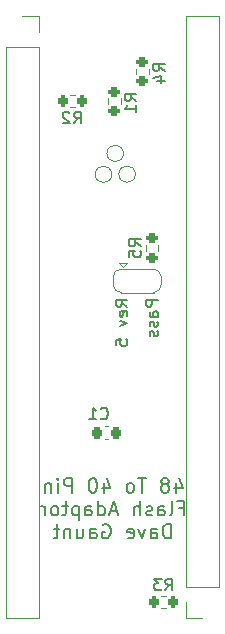
<source format=gbo>
G04 #@! TF.GenerationSoftware,KiCad,Pcbnew,9.0.7*
G04 #@! TF.CreationDate,2026-02-14T15:35:40+11:00*
G04 #@! TF.ProjectId,16BitFlashROM_Adaptor,31364269-7446-46c6-9173-68524f4d5f41,rev?*
G04 #@! TF.SameCoordinates,Original*
G04 #@! TF.FileFunction,Legend,Bot*
G04 #@! TF.FilePolarity,Positive*
%FSLAX46Y46*%
G04 Gerber Fmt 4.6, Leading zero omitted, Abs format (unit mm)*
G04 Created by KiCad (PCBNEW 9.0.7) date 2026-02-14 15:35:40*
%MOMM*%
%LPD*%
G01*
G04 APERTURE LIST*
G04 Aperture macros list*
%AMRoundRect*
0 Rectangle with rounded corners*
0 $1 Rounding radius*
0 $2 $3 $4 $5 $6 $7 $8 $9 X,Y pos of 4 corners*
0 Add a 4 corners polygon primitive as box body*
4,1,4,$2,$3,$4,$5,$6,$7,$8,$9,$2,$3,0*
0 Add four circle primitives for the rounded corners*
1,1,$1+$1,$2,$3*
1,1,$1+$1,$4,$5*
1,1,$1+$1,$6,$7*
1,1,$1+$1,$8,$9*
0 Add four rect primitives between the rounded corners*
20,1,$1+$1,$2,$3,$4,$5,0*
20,1,$1+$1,$4,$5,$6,$7,0*
20,1,$1+$1,$6,$7,$8,$9,0*
20,1,$1+$1,$8,$9,$2,$3,0*%
%AMFreePoly0*
4,1,23,0.550000,-0.750000,0.000000,-0.750000,0.000000,-0.745722,-0.065263,-0.745722,-0.191342,-0.711940,-0.304381,-0.646677,-0.396677,-0.554381,-0.461940,-0.441342,-0.495722,-0.315263,-0.495722,-0.250000,-0.500000,-0.250000,-0.500000,0.250000,-0.495722,0.250000,-0.495722,0.315263,-0.461940,0.441342,-0.396677,0.554381,-0.304381,0.646677,-0.191342,0.711940,-0.065263,0.745722,0.000000,0.745722,
0.000000,0.750000,0.550000,0.750000,0.550000,-0.750000,0.550000,-0.750000,$1*%
%AMFreePoly1*
4,1,23,0.000000,0.745722,0.065263,0.745722,0.191342,0.711940,0.304381,0.646677,0.396677,0.554381,0.461940,0.441342,0.495722,0.315263,0.495722,0.250000,0.500000,0.250000,0.500000,-0.250000,0.495722,-0.250000,0.495722,-0.315263,0.461940,-0.441342,0.396677,-0.554381,0.304381,-0.646677,0.191342,-0.711940,0.065263,-0.745722,0.000000,-0.745722,0.000000,-0.750000,-0.550000,-0.750000,
-0.550000,0.750000,0.000000,0.750000,0.000000,0.745722,0.000000,0.745722,$1*%
G04 Aperture macros list end*
%ADD10C,0.150000*%
%ADD11C,0.120000*%
%ADD12R,1.700000X1.700000*%
%ADD13C,1.700000*%
%ADD14C,1.000000*%
%ADD15RoundRect,0.200000X-0.275000X0.200000X-0.275000X-0.200000X0.275000X-0.200000X0.275000X0.200000X0*%
%ADD16FreePoly0,0.000000*%
%ADD17R,1.000000X1.500000*%
%ADD18FreePoly1,0.000000*%
%ADD19RoundRect,0.200000X0.200000X0.275000X-0.200000X0.275000X-0.200000X-0.275000X0.200000X-0.275000X0*%
%ADD20RoundRect,0.225000X-0.225000X-0.250000X0.225000X-0.250000X0.225000X0.250000X-0.225000X0.250000X0*%
%ADD21RoundRect,0.200000X-0.200000X-0.275000X0.200000X-0.275000X0.200000X0.275000X-0.200000X0.275000X0*%
%ADD22RoundRect,0.200000X0.275000X-0.200000X0.275000X0.200000X-0.275000X0.200000X-0.275000X-0.200000X0*%
G04 APERTURE END LIST*
D10*
X151149819Y-111586779D02*
X150149819Y-111586779D01*
X150149819Y-111586779D02*
X150149819Y-111967731D01*
X150149819Y-111967731D02*
X150197438Y-112062969D01*
X150197438Y-112062969D02*
X150245057Y-112110588D01*
X150245057Y-112110588D02*
X150340295Y-112158207D01*
X150340295Y-112158207D02*
X150483152Y-112158207D01*
X150483152Y-112158207D02*
X150578390Y-112110588D01*
X150578390Y-112110588D02*
X150626009Y-112062969D01*
X150626009Y-112062969D02*
X150673628Y-111967731D01*
X150673628Y-111967731D02*
X150673628Y-111586779D01*
X151149819Y-113015350D02*
X150626009Y-113015350D01*
X150626009Y-113015350D02*
X150530771Y-112967731D01*
X150530771Y-112967731D02*
X150483152Y-112872493D01*
X150483152Y-112872493D02*
X150483152Y-112682017D01*
X150483152Y-112682017D02*
X150530771Y-112586779D01*
X151102200Y-113015350D02*
X151149819Y-112920112D01*
X151149819Y-112920112D02*
X151149819Y-112682017D01*
X151149819Y-112682017D02*
X151102200Y-112586779D01*
X151102200Y-112586779D02*
X151006961Y-112539160D01*
X151006961Y-112539160D02*
X150911723Y-112539160D01*
X150911723Y-112539160D02*
X150816485Y-112586779D01*
X150816485Y-112586779D02*
X150768866Y-112682017D01*
X150768866Y-112682017D02*
X150768866Y-112920112D01*
X150768866Y-112920112D02*
X150721247Y-113015350D01*
X151102200Y-113443922D02*
X151149819Y-113539160D01*
X151149819Y-113539160D02*
X151149819Y-113729636D01*
X151149819Y-113729636D02*
X151102200Y-113824874D01*
X151102200Y-113824874D02*
X151006961Y-113872493D01*
X151006961Y-113872493D02*
X150959342Y-113872493D01*
X150959342Y-113872493D02*
X150864104Y-113824874D01*
X150864104Y-113824874D02*
X150816485Y-113729636D01*
X150816485Y-113729636D02*
X150816485Y-113586779D01*
X150816485Y-113586779D02*
X150768866Y-113491541D01*
X150768866Y-113491541D02*
X150673628Y-113443922D01*
X150673628Y-113443922D02*
X150626009Y-113443922D01*
X150626009Y-113443922D02*
X150530771Y-113491541D01*
X150530771Y-113491541D02*
X150483152Y-113586779D01*
X150483152Y-113586779D02*
X150483152Y-113729636D01*
X150483152Y-113729636D02*
X150530771Y-113824874D01*
X151102200Y-114253446D02*
X151149819Y-114348684D01*
X151149819Y-114348684D02*
X151149819Y-114539160D01*
X151149819Y-114539160D02*
X151102200Y-114634398D01*
X151102200Y-114634398D02*
X151006961Y-114682017D01*
X151006961Y-114682017D02*
X150959342Y-114682017D01*
X150959342Y-114682017D02*
X150864104Y-114634398D01*
X150864104Y-114634398D02*
X150816485Y-114539160D01*
X150816485Y-114539160D02*
X150816485Y-114396303D01*
X150816485Y-114396303D02*
X150768866Y-114301065D01*
X150768866Y-114301065D02*
X150673628Y-114253446D01*
X150673628Y-114253446D02*
X150626009Y-114253446D01*
X150626009Y-114253446D02*
X150530771Y-114301065D01*
X150530771Y-114301065D02*
X150483152Y-114396303D01*
X150483152Y-114396303D02*
X150483152Y-114539160D01*
X150483152Y-114539160D02*
X150530771Y-114634398D01*
X148599819Y-112158207D02*
X148123628Y-111824874D01*
X148599819Y-111586779D02*
X147599819Y-111586779D01*
X147599819Y-111586779D02*
X147599819Y-111967731D01*
X147599819Y-111967731D02*
X147647438Y-112062969D01*
X147647438Y-112062969D02*
X147695057Y-112110588D01*
X147695057Y-112110588D02*
X147790295Y-112158207D01*
X147790295Y-112158207D02*
X147933152Y-112158207D01*
X147933152Y-112158207D02*
X148028390Y-112110588D01*
X148028390Y-112110588D02*
X148076009Y-112062969D01*
X148076009Y-112062969D02*
X148123628Y-111967731D01*
X148123628Y-111967731D02*
X148123628Y-111586779D01*
X148552200Y-112967731D02*
X148599819Y-112872493D01*
X148599819Y-112872493D02*
X148599819Y-112682017D01*
X148599819Y-112682017D02*
X148552200Y-112586779D01*
X148552200Y-112586779D02*
X148456961Y-112539160D01*
X148456961Y-112539160D02*
X148076009Y-112539160D01*
X148076009Y-112539160D02*
X147980771Y-112586779D01*
X147980771Y-112586779D02*
X147933152Y-112682017D01*
X147933152Y-112682017D02*
X147933152Y-112872493D01*
X147933152Y-112872493D02*
X147980771Y-112967731D01*
X147980771Y-112967731D02*
X148076009Y-113015350D01*
X148076009Y-113015350D02*
X148171247Y-113015350D01*
X148171247Y-113015350D02*
X148266485Y-112539160D01*
X147933152Y-113348684D02*
X148599819Y-113586779D01*
X148599819Y-113586779D02*
X147933152Y-113824874D01*
X147599819Y-115443922D02*
X147599819Y-114967732D01*
X147599819Y-114967732D02*
X148076009Y-114920113D01*
X148076009Y-114920113D02*
X148028390Y-114967732D01*
X148028390Y-114967732D02*
X147980771Y-115062970D01*
X147980771Y-115062970D02*
X147980771Y-115301065D01*
X147980771Y-115301065D02*
X148028390Y-115396303D01*
X148028390Y-115396303D02*
X148076009Y-115443922D01*
X148076009Y-115443922D02*
X148171247Y-115491541D01*
X148171247Y-115491541D02*
X148409342Y-115491541D01*
X148409342Y-115491541D02*
X148504580Y-115443922D01*
X148504580Y-115443922D02*
X148552200Y-115396303D01*
X148552200Y-115396303D02*
X148599819Y-115301065D01*
X148599819Y-115301065D02*
X148599819Y-115062970D01*
X148599819Y-115062970D02*
X148552200Y-114967732D01*
X148552200Y-114967732D02*
X148504580Y-114920113D01*
X152695714Y-127105409D02*
X152695714Y-127905409D01*
X152981428Y-126648267D02*
X153267142Y-127505409D01*
X153267142Y-127505409D02*
X152524285Y-127505409D01*
X151895714Y-127219695D02*
X152009999Y-127162552D01*
X152009999Y-127162552D02*
X152067142Y-127105409D01*
X152067142Y-127105409D02*
X152124285Y-126991124D01*
X152124285Y-126991124D02*
X152124285Y-126933981D01*
X152124285Y-126933981D02*
X152067142Y-126819695D01*
X152067142Y-126819695D02*
X152009999Y-126762552D01*
X152009999Y-126762552D02*
X151895714Y-126705409D01*
X151895714Y-126705409D02*
X151667142Y-126705409D01*
X151667142Y-126705409D02*
X151552857Y-126762552D01*
X151552857Y-126762552D02*
X151495714Y-126819695D01*
X151495714Y-126819695D02*
X151438571Y-126933981D01*
X151438571Y-126933981D02*
X151438571Y-126991124D01*
X151438571Y-126991124D02*
X151495714Y-127105409D01*
X151495714Y-127105409D02*
X151552857Y-127162552D01*
X151552857Y-127162552D02*
X151667142Y-127219695D01*
X151667142Y-127219695D02*
X151895714Y-127219695D01*
X151895714Y-127219695D02*
X152009999Y-127276838D01*
X152009999Y-127276838D02*
X152067142Y-127333981D01*
X152067142Y-127333981D02*
X152124285Y-127448267D01*
X152124285Y-127448267D02*
X152124285Y-127676838D01*
X152124285Y-127676838D02*
X152067142Y-127791124D01*
X152067142Y-127791124D02*
X152009999Y-127848267D01*
X152009999Y-127848267D02*
X151895714Y-127905409D01*
X151895714Y-127905409D02*
X151667142Y-127905409D01*
X151667142Y-127905409D02*
X151552857Y-127848267D01*
X151552857Y-127848267D02*
X151495714Y-127791124D01*
X151495714Y-127791124D02*
X151438571Y-127676838D01*
X151438571Y-127676838D02*
X151438571Y-127448267D01*
X151438571Y-127448267D02*
X151495714Y-127333981D01*
X151495714Y-127333981D02*
X151552857Y-127276838D01*
X151552857Y-127276838D02*
X151667142Y-127219695D01*
X150181428Y-126705409D02*
X149495714Y-126705409D01*
X149838571Y-127905409D02*
X149838571Y-126705409D01*
X148924285Y-127905409D02*
X149038570Y-127848267D01*
X149038570Y-127848267D02*
X149095713Y-127791124D01*
X149095713Y-127791124D02*
X149152856Y-127676838D01*
X149152856Y-127676838D02*
X149152856Y-127333981D01*
X149152856Y-127333981D02*
X149095713Y-127219695D01*
X149095713Y-127219695D02*
X149038570Y-127162552D01*
X149038570Y-127162552D02*
X148924285Y-127105409D01*
X148924285Y-127105409D02*
X148752856Y-127105409D01*
X148752856Y-127105409D02*
X148638570Y-127162552D01*
X148638570Y-127162552D02*
X148581428Y-127219695D01*
X148581428Y-127219695D02*
X148524285Y-127333981D01*
X148524285Y-127333981D02*
X148524285Y-127676838D01*
X148524285Y-127676838D02*
X148581428Y-127791124D01*
X148581428Y-127791124D02*
X148638570Y-127848267D01*
X148638570Y-127848267D02*
X148752856Y-127905409D01*
X148752856Y-127905409D02*
X148924285Y-127905409D01*
X146581428Y-127105409D02*
X146581428Y-127905409D01*
X146867142Y-126648267D02*
X147152856Y-127505409D01*
X147152856Y-127505409D02*
X146409999Y-127505409D01*
X145724285Y-126705409D02*
X145609999Y-126705409D01*
X145609999Y-126705409D02*
X145495713Y-126762552D01*
X145495713Y-126762552D02*
X145438571Y-126819695D01*
X145438571Y-126819695D02*
X145381428Y-126933981D01*
X145381428Y-126933981D02*
X145324285Y-127162552D01*
X145324285Y-127162552D02*
X145324285Y-127448267D01*
X145324285Y-127448267D02*
X145381428Y-127676838D01*
X145381428Y-127676838D02*
X145438571Y-127791124D01*
X145438571Y-127791124D02*
X145495713Y-127848267D01*
X145495713Y-127848267D02*
X145609999Y-127905409D01*
X145609999Y-127905409D02*
X145724285Y-127905409D01*
X145724285Y-127905409D02*
X145838571Y-127848267D01*
X145838571Y-127848267D02*
X145895713Y-127791124D01*
X145895713Y-127791124D02*
X145952856Y-127676838D01*
X145952856Y-127676838D02*
X146009999Y-127448267D01*
X146009999Y-127448267D02*
X146009999Y-127162552D01*
X146009999Y-127162552D02*
X145952856Y-126933981D01*
X145952856Y-126933981D02*
X145895713Y-126819695D01*
X145895713Y-126819695D02*
X145838571Y-126762552D01*
X145838571Y-126762552D02*
X145724285Y-126705409D01*
X143895713Y-127905409D02*
X143895713Y-126705409D01*
X143895713Y-126705409D02*
X143438570Y-126705409D01*
X143438570Y-126705409D02*
X143324285Y-126762552D01*
X143324285Y-126762552D02*
X143267142Y-126819695D01*
X143267142Y-126819695D02*
X143209999Y-126933981D01*
X143209999Y-126933981D02*
X143209999Y-127105409D01*
X143209999Y-127105409D02*
X143267142Y-127219695D01*
X143267142Y-127219695D02*
X143324285Y-127276838D01*
X143324285Y-127276838D02*
X143438570Y-127333981D01*
X143438570Y-127333981D02*
X143895713Y-127333981D01*
X142695713Y-127905409D02*
X142695713Y-127105409D01*
X142695713Y-126705409D02*
X142752856Y-126762552D01*
X142752856Y-126762552D02*
X142695713Y-126819695D01*
X142695713Y-126819695D02*
X142638570Y-126762552D01*
X142638570Y-126762552D02*
X142695713Y-126705409D01*
X142695713Y-126705409D02*
X142695713Y-126819695D01*
X142124284Y-127105409D02*
X142124284Y-127905409D01*
X142124284Y-127219695D02*
X142067141Y-127162552D01*
X142067141Y-127162552D02*
X141952856Y-127105409D01*
X141952856Y-127105409D02*
X141781427Y-127105409D01*
X141781427Y-127105409D02*
X141667141Y-127162552D01*
X141667141Y-127162552D02*
X141609999Y-127276838D01*
X141609999Y-127276838D02*
X141609999Y-127905409D01*
X152981426Y-129208771D02*
X153381426Y-129208771D01*
X153381426Y-129837342D02*
X153381426Y-128637342D01*
X153381426Y-128637342D02*
X152809998Y-128637342D01*
X152181427Y-129837342D02*
X152295712Y-129780200D01*
X152295712Y-129780200D02*
X152352855Y-129665914D01*
X152352855Y-129665914D02*
X152352855Y-128637342D01*
X151209999Y-129837342D02*
X151209999Y-129208771D01*
X151209999Y-129208771D02*
X151267141Y-129094485D01*
X151267141Y-129094485D02*
X151381427Y-129037342D01*
X151381427Y-129037342D02*
X151609999Y-129037342D01*
X151609999Y-129037342D02*
X151724284Y-129094485D01*
X151209999Y-129780200D02*
X151324284Y-129837342D01*
X151324284Y-129837342D02*
X151609999Y-129837342D01*
X151609999Y-129837342D02*
X151724284Y-129780200D01*
X151724284Y-129780200D02*
X151781427Y-129665914D01*
X151781427Y-129665914D02*
X151781427Y-129551628D01*
X151781427Y-129551628D02*
X151724284Y-129437342D01*
X151724284Y-129437342D02*
X151609999Y-129380200D01*
X151609999Y-129380200D02*
X151324284Y-129380200D01*
X151324284Y-129380200D02*
X151209999Y-129323057D01*
X150695713Y-129780200D02*
X150581427Y-129837342D01*
X150581427Y-129837342D02*
X150352856Y-129837342D01*
X150352856Y-129837342D02*
X150238570Y-129780200D01*
X150238570Y-129780200D02*
X150181427Y-129665914D01*
X150181427Y-129665914D02*
X150181427Y-129608771D01*
X150181427Y-129608771D02*
X150238570Y-129494485D01*
X150238570Y-129494485D02*
X150352856Y-129437342D01*
X150352856Y-129437342D02*
X150524285Y-129437342D01*
X150524285Y-129437342D02*
X150638570Y-129380200D01*
X150638570Y-129380200D02*
X150695713Y-129265914D01*
X150695713Y-129265914D02*
X150695713Y-129208771D01*
X150695713Y-129208771D02*
X150638570Y-129094485D01*
X150638570Y-129094485D02*
X150524285Y-129037342D01*
X150524285Y-129037342D02*
X150352856Y-129037342D01*
X150352856Y-129037342D02*
X150238570Y-129094485D01*
X149667141Y-129837342D02*
X149667141Y-128637342D01*
X149152856Y-129837342D02*
X149152856Y-129208771D01*
X149152856Y-129208771D02*
X149209998Y-129094485D01*
X149209998Y-129094485D02*
X149324284Y-129037342D01*
X149324284Y-129037342D02*
X149495713Y-129037342D01*
X149495713Y-129037342D02*
X149609998Y-129094485D01*
X149609998Y-129094485D02*
X149667141Y-129151628D01*
X147724284Y-129494485D02*
X147152856Y-129494485D01*
X147838570Y-129837342D02*
X147438570Y-128637342D01*
X147438570Y-128637342D02*
X147038570Y-129837342D01*
X146124285Y-129837342D02*
X146124285Y-128637342D01*
X146124285Y-129780200D02*
X146238570Y-129837342D01*
X146238570Y-129837342D02*
X146467142Y-129837342D01*
X146467142Y-129837342D02*
X146581427Y-129780200D01*
X146581427Y-129780200D02*
X146638570Y-129723057D01*
X146638570Y-129723057D02*
X146695713Y-129608771D01*
X146695713Y-129608771D02*
X146695713Y-129265914D01*
X146695713Y-129265914D02*
X146638570Y-129151628D01*
X146638570Y-129151628D02*
X146581427Y-129094485D01*
X146581427Y-129094485D02*
X146467142Y-129037342D01*
X146467142Y-129037342D02*
X146238570Y-129037342D01*
X146238570Y-129037342D02*
X146124285Y-129094485D01*
X145038571Y-129837342D02*
X145038571Y-129208771D01*
X145038571Y-129208771D02*
X145095713Y-129094485D01*
X145095713Y-129094485D02*
X145209999Y-129037342D01*
X145209999Y-129037342D02*
X145438571Y-129037342D01*
X145438571Y-129037342D02*
X145552856Y-129094485D01*
X145038571Y-129780200D02*
X145152856Y-129837342D01*
X145152856Y-129837342D02*
X145438571Y-129837342D01*
X145438571Y-129837342D02*
X145552856Y-129780200D01*
X145552856Y-129780200D02*
X145609999Y-129665914D01*
X145609999Y-129665914D02*
X145609999Y-129551628D01*
X145609999Y-129551628D02*
X145552856Y-129437342D01*
X145552856Y-129437342D02*
X145438571Y-129380200D01*
X145438571Y-129380200D02*
X145152856Y-129380200D01*
X145152856Y-129380200D02*
X145038571Y-129323057D01*
X144467142Y-129037342D02*
X144467142Y-130237342D01*
X144467142Y-129094485D02*
X144352857Y-129037342D01*
X144352857Y-129037342D02*
X144124285Y-129037342D01*
X144124285Y-129037342D02*
X144009999Y-129094485D01*
X144009999Y-129094485D02*
X143952857Y-129151628D01*
X143952857Y-129151628D02*
X143895714Y-129265914D01*
X143895714Y-129265914D02*
X143895714Y-129608771D01*
X143895714Y-129608771D02*
X143952857Y-129723057D01*
X143952857Y-129723057D02*
X144009999Y-129780200D01*
X144009999Y-129780200D02*
X144124285Y-129837342D01*
X144124285Y-129837342D02*
X144352857Y-129837342D01*
X144352857Y-129837342D02*
X144467142Y-129780200D01*
X143552857Y-129037342D02*
X143095714Y-129037342D01*
X143381428Y-128637342D02*
X143381428Y-129665914D01*
X143381428Y-129665914D02*
X143324285Y-129780200D01*
X143324285Y-129780200D02*
X143210000Y-129837342D01*
X143210000Y-129837342D02*
X143095714Y-129837342D01*
X142524286Y-129837342D02*
X142638571Y-129780200D01*
X142638571Y-129780200D02*
X142695714Y-129723057D01*
X142695714Y-129723057D02*
X142752857Y-129608771D01*
X142752857Y-129608771D02*
X142752857Y-129265914D01*
X142752857Y-129265914D02*
X142695714Y-129151628D01*
X142695714Y-129151628D02*
X142638571Y-129094485D01*
X142638571Y-129094485D02*
X142524286Y-129037342D01*
X142524286Y-129037342D02*
X142352857Y-129037342D01*
X142352857Y-129037342D02*
X142238571Y-129094485D01*
X142238571Y-129094485D02*
X142181429Y-129151628D01*
X142181429Y-129151628D02*
X142124286Y-129265914D01*
X142124286Y-129265914D02*
X142124286Y-129608771D01*
X142124286Y-129608771D02*
X142181429Y-129723057D01*
X142181429Y-129723057D02*
X142238571Y-129780200D01*
X142238571Y-129780200D02*
X142352857Y-129837342D01*
X142352857Y-129837342D02*
X142524286Y-129837342D01*
X141610000Y-129837342D02*
X141610000Y-129037342D01*
X141610000Y-129265914D02*
X141552857Y-129151628D01*
X141552857Y-129151628D02*
X141495715Y-129094485D01*
X141495715Y-129094485D02*
X141381429Y-129037342D01*
X141381429Y-129037342D02*
X141267143Y-129037342D01*
X152267141Y-131769275D02*
X152267141Y-130569275D01*
X152267141Y-130569275D02*
X151981427Y-130569275D01*
X151981427Y-130569275D02*
X151809998Y-130626418D01*
X151809998Y-130626418D02*
X151695713Y-130740704D01*
X151695713Y-130740704D02*
X151638570Y-130854990D01*
X151638570Y-130854990D02*
X151581427Y-131083561D01*
X151581427Y-131083561D02*
X151581427Y-131254990D01*
X151581427Y-131254990D02*
X151638570Y-131483561D01*
X151638570Y-131483561D02*
X151695713Y-131597847D01*
X151695713Y-131597847D02*
X151809998Y-131712133D01*
X151809998Y-131712133D02*
X151981427Y-131769275D01*
X151981427Y-131769275D02*
X152267141Y-131769275D01*
X150552856Y-131769275D02*
X150552856Y-131140704D01*
X150552856Y-131140704D02*
X150609998Y-131026418D01*
X150609998Y-131026418D02*
X150724284Y-130969275D01*
X150724284Y-130969275D02*
X150952856Y-130969275D01*
X150952856Y-130969275D02*
X151067141Y-131026418D01*
X150552856Y-131712133D02*
X150667141Y-131769275D01*
X150667141Y-131769275D02*
X150952856Y-131769275D01*
X150952856Y-131769275D02*
X151067141Y-131712133D01*
X151067141Y-131712133D02*
X151124284Y-131597847D01*
X151124284Y-131597847D02*
X151124284Y-131483561D01*
X151124284Y-131483561D02*
X151067141Y-131369275D01*
X151067141Y-131369275D02*
X150952856Y-131312133D01*
X150952856Y-131312133D02*
X150667141Y-131312133D01*
X150667141Y-131312133D02*
X150552856Y-131254990D01*
X150095713Y-130969275D02*
X149809999Y-131769275D01*
X149809999Y-131769275D02*
X149524284Y-130969275D01*
X148609998Y-131712133D02*
X148724284Y-131769275D01*
X148724284Y-131769275D02*
X148952856Y-131769275D01*
X148952856Y-131769275D02*
X149067141Y-131712133D01*
X149067141Y-131712133D02*
X149124284Y-131597847D01*
X149124284Y-131597847D02*
X149124284Y-131140704D01*
X149124284Y-131140704D02*
X149067141Y-131026418D01*
X149067141Y-131026418D02*
X148952856Y-130969275D01*
X148952856Y-130969275D02*
X148724284Y-130969275D01*
X148724284Y-130969275D02*
X148609998Y-131026418D01*
X148609998Y-131026418D02*
X148552856Y-131140704D01*
X148552856Y-131140704D02*
X148552856Y-131254990D01*
X148552856Y-131254990D02*
X149124284Y-131369275D01*
X146495713Y-130626418D02*
X146609999Y-130569275D01*
X146609999Y-130569275D02*
X146781427Y-130569275D01*
X146781427Y-130569275D02*
X146952856Y-130626418D01*
X146952856Y-130626418D02*
X147067141Y-130740704D01*
X147067141Y-130740704D02*
X147124284Y-130854990D01*
X147124284Y-130854990D02*
X147181427Y-131083561D01*
X147181427Y-131083561D02*
X147181427Y-131254990D01*
X147181427Y-131254990D02*
X147124284Y-131483561D01*
X147124284Y-131483561D02*
X147067141Y-131597847D01*
X147067141Y-131597847D02*
X146952856Y-131712133D01*
X146952856Y-131712133D02*
X146781427Y-131769275D01*
X146781427Y-131769275D02*
X146667141Y-131769275D01*
X146667141Y-131769275D02*
X146495713Y-131712133D01*
X146495713Y-131712133D02*
X146438570Y-131654990D01*
X146438570Y-131654990D02*
X146438570Y-131254990D01*
X146438570Y-131254990D02*
X146667141Y-131254990D01*
X145409999Y-131769275D02*
X145409999Y-131140704D01*
X145409999Y-131140704D02*
X145467141Y-131026418D01*
X145467141Y-131026418D02*
X145581427Y-130969275D01*
X145581427Y-130969275D02*
X145809999Y-130969275D01*
X145809999Y-130969275D02*
X145924284Y-131026418D01*
X145409999Y-131712133D02*
X145524284Y-131769275D01*
X145524284Y-131769275D02*
X145809999Y-131769275D01*
X145809999Y-131769275D02*
X145924284Y-131712133D01*
X145924284Y-131712133D02*
X145981427Y-131597847D01*
X145981427Y-131597847D02*
X145981427Y-131483561D01*
X145981427Y-131483561D02*
X145924284Y-131369275D01*
X145924284Y-131369275D02*
X145809999Y-131312133D01*
X145809999Y-131312133D02*
X145524284Y-131312133D01*
X145524284Y-131312133D02*
X145409999Y-131254990D01*
X144324285Y-130969275D02*
X144324285Y-131769275D01*
X144838570Y-130969275D02*
X144838570Y-131597847D01*
X144838570Y-131597847D02*
X144781427Y-131712133D01*
X144781427Y-131712133D02*
X144667142Y-131769275D01*
X144667142Y-131769275D02*
X144495713Y-131769275D01*
X144495713Y-131769275D02*
X144381427Y-131712133D01*
X144381427Y-131712133D02*
X144324285Y-131654990D01*
X143752856Y-130969275D02*
X143752856Y-131769275D01*
X143752856Y-131083561D02*
X143695713Y-131026418D01*
X143695713Y-131026418D02*
X143581428Y-130969275D01*
X143581428Y-130969275D02*
X143409999Y-130969275D01*
X143409999Y-130969275D02*
X143295713Y-131026418D01*
X143295713Y-131026418D02*
X143238571Y-131140704D01*
X143238571Y-131140704D02*
X143238571Y-131769275D01*
X142838571Y-130969275D02*
X142381428Y-130969275D01*
X142667142Y-130569275D02*
X142667142Y-131597847D01*
X142667142Y-131597847D02*
X142609999Y-131712133D01*
X142609999Y-131712133D02*
X142495714Y-131769275D01*
X142495714Y-131769275D02*
X142381428Y-131769275D01*
X149719819Y-107040833D02*
X149243628Y-106707500D01*
X149719819Y-106469405D02*
X148719819Y-106469405D01*
X148719819Y-106469405D02*
X148719819Y-106850357D01*
X148719819Y-106850357D02*
X148767438Y-106945595D01*
X148767438Y-106945595D02*
X148815057Y-106993214D01*
X148815057Y-106993214D02*
X148910295Y-107040833D01*
X148910295Y-107040833D02*
X149053152Y-107040833D01*
X149053152Y-107040833D02*
X149148390Y-106993214D01*
X149148390Y-106993214D02*
X149196009Y-106945595D01*
X149196009Y-106945595D02*
X149243628Y-106850357D01*
X149243628Y-106850357D02*
X149243628Y-106469405D01*
X148719819Y-107945595D02*
X148719819Y-107469405D01*
X148719819Y-107469405D02*
X149196009Y-107421786D01*
X149196009Y-107421786D02*
X149148390Y-107469405D01*
X149148390Y-107469405D02*
X149100771Y-107564643D01*
X149100771Y-107564643D02*
X149100771Y-107802738D01*
X149100771Y-107802738D02*
X149148390Y-107897976D01*
X149148390Y-107897976D02*
X149196009Y-107945595D01*
X149196009Y-107945595D02*
X149291247Y-107993214D01*
X149291247Y-107993214D02*
X149529342Y-107993214D01*
X149529342Y-107993214D02*
X149624580Y-107945595D01*
X149624580Y-107945595D02*
X149672200Y-107897976D01*
X149672200Y-107897976D02*
X149719819Y-107802738D01*
X149719819Y-107802738D02*
X149719819Y-107564643D01*
X149719819Y-107564643D02*
X149672200Y-107469405D01*
X149672200Y-107469405D02*
X149624580Y-107421786D01*
X151774819Y-92213333D02*
X151298628Y-91880000D01*
X151774819Y-91641905D02*
X150774819Y-91641905D01*
X150774819Y-91641905D02*
X150774819Y-92022857D01*
X150774819Y-92022857D02*
X150822438Y-92118095D01*
X150822438Y-92118095D02*
X150870057Y-92165714D01*
X150870057Y-92165714D02*
X150965295Y-92213333D01*
X150965295Y-92213333D02*
X151108152Y-92213333D01*
X151108152Y-92213333D02*
X151203390Y-92165714D01*
X151203390Y-92165714D02*
X151251009Y-92118095D01*
X151251009Y-92118095D02*
X151298628Y-92022857D01*
X151298628Y-92022857D02*
X151298628Y-91641905D01*
X151108152Y-93070476D02*
X151774819Y-93070476D01*
X150727200Y-92832381D02*
X151441485Y-92594286D01*
X151441485Y-92594286D02*
X151441485Y-93213333D01*
X151816666Y-136184819D02*
X152149999Y-135708628D01*
X152388094Y-136184819D02*
X152388094Y-135184819D01*
X152388094Y-135184819D02*
X152007142Y-135184819D01*
X152007142Y-135184819D02*
X151911904Y-135232438D01*
X151911904Y-135232438D02*
X151864285Y-135280057D01*
X151864285Y-135280057D02*
X151816666Y-135375295D01*
X151816666Y-135375295D02*
X151816666Y-135518152D01*
X151816666Y-135518152D02*
X151864285Y-135613390D01*
X151864285Y-135613390D02*
X151911904Y-135661009D01*
X151911904Y-135661009D02*
X152007142Y-135708628D01*
X152007142Y-135708628D02*
X152388094Y-135708628D01*
X151483332Y-135184819D02*
X150864285Y-135184819D01*
X150864285Y-135184819D02*
X151197618Y-135565771D01*
X151197618Y-135565771D02*
X151054761Y-135565771D01*
X151054761Y-135565771D02*
X150959523Y-135613390D01*
X150959523Y-135613390D02*
X150911904Y-135661009D01*
X150911904Y-135661009D02*
X150864285Y-135756247D01*
X150864285Y-135756247D02*
X150864285Y-135994342D01*
X150864285Y-135994342D02*
X150911904Y-136089580D01*
X150911904Y-136089580D02*
X150959523Y-136137200D01*
X150959523Y-136137200D02*
X151054761Y-136184819D01*
X151054761Y-136184819D02*
X151340475Y-136184819D01*
X151340475Y-136184819D02*
X151435713Y-136137200D01*
X151435713Y-136137200D02*
X151483332Y-136089580D01*
X146326666Y-121609580D02*
X146374285Y-121657200D01*
X146374285Y-121657200D02*
X146517142Y-121704819D01*
X146517142Y-121704819D02*
X146612380Y-121704819D01*
X146612380Y-121704819D02*
X146755237Y-121657200D01*
X146755237Y-121657200D02*
X146850475Y-121561961D01*
X146850475Y-121561961D02*
X146898094Y-121466723D01*
X146898094Y-121466723D02*
X146945713Y-121276247D01*
X146945713Y-121276247D02*
X146945713Y-121133390D01*
X146945713Y-121133390D02*
X146898094Y-120942914D01*
X146898094Y-120942914D02*
X146850475Y-120847676D01*
X146850475Y-120847676D02*
X146755237Y-120752438D01*
X146755237Y-120752438D02*
X146612380Y-120704819D01*
X146612380Y-120704819D02*
X146517142Y-120704819D01*
X146517142Y-120704819D02*
X146374285Y-120752438D01*
X146374285Y-120752438D02*
X146326666Y-120800057D01*
X145374285Y-121704819D02*
X145945713Y-121704819D01*
X145659999Y-121704819D02*
X145659999Y-120704819D01*
X145659999Y-120704819D02*
X145755237Y-120847676D01*
X145755237Y-120847676D02*
X145850475Y-120942914D01*
X145850475Y-120942914D02*
X145945713Y-120990533D01*
X144066666Y-96654819D02*
X144399999Y-96178628D01*
X144638094Y-96654819D02*
X144638094Y-95654819D01*
X144638094Y-95654819D02*
X144257142Y-95654819D01*
X144257142Y-95654819D02*
X144161904Y-95702438D01*
X144161904Y-95702438D02*
X144114285Y-95750057D01*
X144114285Y-95750057D02*
X144066666Y-95845295D01*
X144066666Y-95845295D02*
X144066666Y-95988152D01*
X144066666Y-95988152D02*
X144114285Y-96083390D01*
X144114285Y-96083390D02*
X144161904Y-96131009D01*
X144161904Y-96131009D02*
X144257142Y-96178628D01*
X144257142Y-96178628D02*
X144638094Y-96178628D01*
X143685713Y-95750057D02*
X143638094Y-95702438D01*
X143638094Y-95702438D02*
X143542856Y-95654819D01*
X143542856Y-95654819D02*
X143304761Y-95654819D01*
X143304761Y-95654819D02*
X143209523Y-95702438D01*
X143209523Y-95702438D02*
X143161904Y-95750057D01*
X143161904Y-95750057D02*
X143114285Y-95845295D01*
X143114285Y-95845295D02*
X143114285Y-95940533D01*
X143114285Y-95940533D02*
X143161904Y-96083390D01*
X143161904Y-96083390D02*
X143733332Y-96654819D01*
X143733332Y-96654819D02*
X143114285Y-96654819D01*
X149354819Y-94733333D02*
X148878628Y-94400000D01*
X149354819Y-94161905D02*
X148354819Y-94161905D01*
X148354819Y-94161905D02*
X148354819Y-94542857D01*
X148354819Y-94542857D02*
X148402438Y-94638095D01*
X148402438Y-94638095D02*
X148450057Y-94685714D01*
X148450057Y-94685714D02*
X148545295Y-94733333D01*
X148545295Y-94733333D02*
X148688152Y-94733333D01*
X148688152Y-94733333D02*
X148783390Y-94685714D01*
X148783390Y-94685714D02*
X148831009Y-94638095D01*
X148831009Y-94638095D02*
X148878628Y-94542857D01*
X148878628Y-94542857D02*
X148878628Y-94161905D01*
X149354819Y-95685714D02*
X149354819Y-95114286D01*
X149354819Y-95400000D02*
X148354819Y-95400000D01*
X148354819Y-95400000D02*
X148497676Y-95304762D01*
X148497676Y-95304762D02*
X148592914Y-95209524D01*
X148592914Y-95209524D02*
X148640533Y-95114286D01*
D11*
X148260000Y-99190000D02*
G75*
G02*
X146860000Y-99190000I-700000J0D01*
G01*
X146860000Y-99190000D02*
G75*
G02*
X148260000Y-99190000I700000J0D01*
G01*
X138320000Y-90170000D02*
X138320000Y-138540000D01*
X141080000Y-87520000D02*
X139700000Y-87520000D01*
X141080000Y-88900000D02*
X141080000Y-87520000D01*
X141080000Y-90170000D02*
X138320000Y-90170000D01*
X141080000Y-90170000D02*
X141080000Y-138540000D01*
X141080000Y-138540000D02*
X138320000Y-138540000D01*
X150172500Y-106970242D02*
X150172500Y-107444758D01*
X151217500Y-106970242D02*
X151217500Y-107444758D01*
X147370000Y-109672500D02*
X147370000Y-110272500D01*
X147920000Y-108472500D02*
X148520000Y-108472500D01*
X148020000Y-110972500D02*
X150820000Y-110972500D01*
X148220000Y-108772500D02*
X147920000Y-108472500D01*
X148220000Y-108772500D02*
X148520000Y-108472500D01*
X150820000Y-108972500D02*
X148020000Y-108972500D01*
X151470000Y-110272500D02*
X151470000Y-109672500D01*
X147370000Y-109672500D02*
G75*
G02*
X148070000Y-108972500I699999J1D01*
G01*
X148070000Y-110972500D02*
G75*
G02*
X147370000Y-110272500I-1J699999D01*
G01*
X150770000Y-108972500D02*
G75*
G02*
X151470000Y-109672500I0J-700000D01*
G01*
X151470000Y-110272500D02*
G75*
G02*
X150770000Y-110972500I-700000J0D01*
G01*
X149337500Y-92027742D02*
X149337500Y-92502258D01*
X150382500Y-92027742D02*
X150382500Y-92502258D01*
X151887258Y-136637500D02*
X151412742Y-136637500D01*
X151887258Y-137682500D02*
X151412742Y-137682500D01*
X146674420Y-122310000D02*
X146955580Y-122310000D01*
X146674420Y-123330000D02*
X146955580Y-123330000D01*
X153560000Y-87520000D02*
X156320000Y-87520000D01*
X153560000Y-135890000D02*
X153560000Y-87520000D01*
X153560000Y-135890000D02*
X156320000Y-135890000D01*
X153560000Y-137160000D02*
X153560000Y-138540000D01*
X153560000Y-138540000D02*
X154940000Y-138540000D01*
X156320000Y-135890000D02*
X156320000Y-87520000D01*
X143717742Y-94252500D02*
X144192258Y-94252500D01*
X143717742Y-95297500D02*
X144192258Y-95297500D01*
X147270000Y-100970000D02*
G75*
G02*
X145870000Y-100970000I-700000J0D01*
G01*
X145870000Y-100970000D02*
G75*
G02*
X147270000Y-100970000I700000J0D01*
G01*
X146977500Y-95012258D02*
X146977500Y-94537742D01*
X148022500Y-95012258D02*
X148022500Y-94537742D01*
X149270000Y-100950000D02*
G75*
G02*
X147870000Y-100950000I-700000J0D01*
G01*
X147870000Y-100950000D02*
G75*
G02*
X149270000Y-100950000I700000J0D01*
G01*
%LPC*%
G36*
X148670000Y-110722500D02*
G01*
X150170000Y-110722500D01*
X150170000Y-109222500D01*
X148670000Y-109222500D01*
X148670000Y-110722500D01*
G37*
D12*
X144740000Y-88860000D03*
D13*
X147280000Y-88860000D03*
X149820000Y-88860000D03*
X144780000Y-91400000D03*
X147280000Y-91400000D03*
D12*
X146045000Y-137160000D03*
D13*
X148585000Y-137160000D03*
D14*
X147560000Y-99190000D03*
D12*
X139700000Y-88900000D03*
D13*
X139700000Y-91440000D03*
X139700000Y-93980000D03*
X139700000Y-96520000D03*
X139700000Y-99060000D03*
X139700000Y-101600000D03*
X139700000Y-104140000D03*
X139700000Y-106680000D03*
X139700000Y-109220000D03*
X139700000Y-111760000D03*
X139700000Y-114300000D03*
X139700000Y-116840000D03*
X139700000Y-119380000D03*
X139700000Y-121920000D03*
X139700000Y-124460000D03*
X139700000Y-127000000D03*
X139700000Y-129540000D03*
X139700000Y-132080000D03*
X139700000Y-134620000D03*
X139700000Y-137160000D03*
D15*
X150695000Y-106382500D03*
X150695000Y-108032500D03*
D16*
X148120000Y-109972500D03*
D17*
X149420000Y-109972500D03*
D18*
X150720000Y-109972500D03*
D15*
X149860000Y-91440000D03*
X149860000Y-93090000D03*
D19*
X152475000Y-137160000D03*
X150825000Y-137160000D03*
D20*
X146040000Y-122820000D03*
X147590000Y-122820000D03*
D12*
X154940000Y-137160000D03*
D13*
X154940000Y-134620000D03*
X154940000Y-132080000D03*
X154940000Y-129540000D03*
X154940000Y-127000000D03*
X154940000Y-124460000D03*
X154940000Y-121920000D03*
X154940000Y-119380000D03*
X154940000Y-116840000D03*
X154940000Y-114300000D03*
X154940000Y-111760000D03*
X154940000Y-109220000D03*
X154940000Y-106680000D03*
X154940000Y-104140000D03*
X154940000Y-101600000D03*
X154940000Y-99060000D03*
X154940000Y-96520000D03*
X154940000Y-93980000D03*
X154940000Y-91440000D03*
X154940000Y-88900000D03*
D21*
X143130000Y-94775000D03*
X144780000Y-94775000D03*
D14*
X146570000Y-100970000D03*
D22*
X147500000Y-95600000D03*
X147500000Y-93950000D03*
D14*
X148570000Y-100950000D03*
%LPD*%
M02*

</source>
